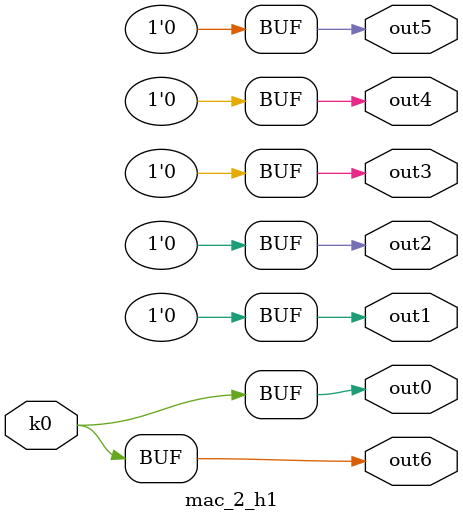
<source format=v>
module mac_2(pi0, pi1, pi2, pi3, pi4, pi5, pi6, pi7, pi8, po0, po1, po2, po3, po4, po5, po6);
input pi0, pi1, pi2, pi3, pi4, pi5, pi6, pi7, pi8;
output po0, po1, po2, po3, po4, po5, po6;
wire k0;
mac_2_w1 DUT1 (pi0, pi1, pi2, pi3, pi4, pi5, pi6, pi7, pi8, k0);
mac_2_h1 DUT2 (k0, po0, po1, po2, po3, po4, po5, po6);
endmodule

module mac_2_w1(in8, in7, in6, in5, in4, in3, in2, in1, in0, k0);
input in8, in7, in6, in5, in4, in3, in2, in1, in0;
output k0;
assign k0 =   (in3 & (~in8 | ~in6)) | (in8 & in6 & ~in3);
endmodule

module mac_2_h1(k0, out6, out5, out4, out3, out2, out1, out0);
input k0;
output out6, out5, out4, out3, out2, out1, out0;
assign out0 = k0;
assign out1 = 0;
assign out2 = 0;
assign out3 = 0;
assign out4 = 0;
assign out5 = 0;
assign out6 = k0;
endmodule

</source>
